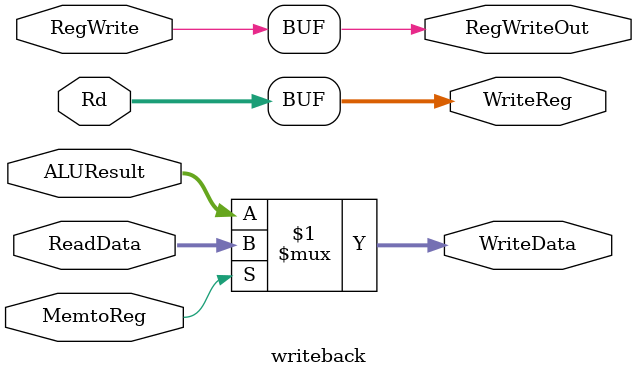
<source format=v>
module writeback (
    input wire [63:0] ReadData,
    input wire [63:0] ALUResult,
    input wire [4:0] Rd,
    input wire MemtoReg,
    input wire RegWrite,
    
    output wire [63:0] WriteData,
    output wire [4:0] WriteReg,
    output wire RegWriteOut
);

    // Writeback data selection
    assign WriteData = MemtoReg ? ReadData : ALUResult;
    assign WriteReg = Rd;
    assign RegWriteOut = RegWrite;

endmodule
</source>
